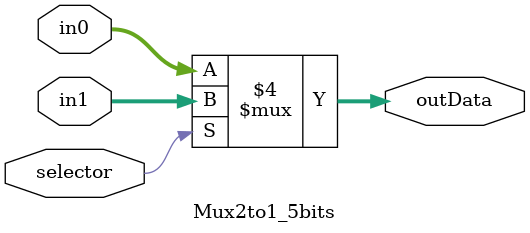
<source format=v>
module Mux2to1_5bits (in0, in1, selector, outData);

input[4:0] in0, in1;
input selector;
output reg[4:0] outData;

always @ (selector)

	if(selector == 1)
		outData = in1;
	else
		outData = in0;



endmodule




</source>
